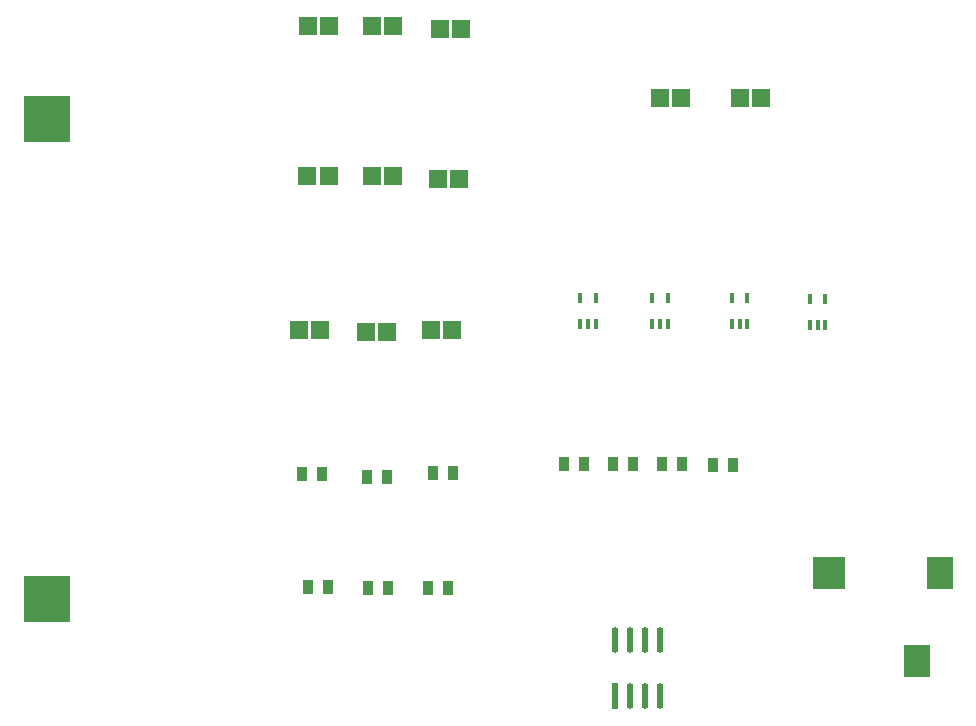
<source format=gtp>
G04*
G04 #@! TF.GenerationSoftware,Altium Limited,Altium Designer,24.6.1 (21)*
G04*
G04 Layer_Color=8421504*
%FSLAX44Y44*%
%MOMM*%
G71*
G04*
G04 #@! TF.SameCoordinates,331DEB25-2CF6-4BCB-8A95-B8F28AD14DBC*
G04*
G04*
G04 #@! TF.FilePolarity,Positive*
G04*
G01*
G75*
%ADD14R,0.3500X0.8500*%
%ADD15R,0.3500X0.8500*%
%ADD16R,0.3500X0.8500*%
%ADD17R,0.8065X1.3082*%
%ADD18R,2.8000X2.8000*%
%ADD19R,2.2000X2.8000*%
%ADD20R,1.5000X1.5500*%
G04:AMPARAMS|DCode=21|XSize=2.1741mm|YSize=0.5821mm|CornerRadius=0.2911mm|HoleSize=0mm|Usage=FLASHONLY|Rotation=90.000|XOffset=0mm|YOffset=0mm|HoleType=Round|Shape=RoundedRectangle|*
%AMROUNDEDRECTD21*
21,1,2.1741,0.0000,0,0,90.0*
21,1,1.5919,0.5821,0,0,90.0*
1,1,0.5821,0.0000,0.7960*
1,1,0.5821,0.0000,-0.7960*
1,1,0.5821,0.0000,-0.7960*
1,1,0.5821,0.0000,0.7960*
%
%ADD21ROUNDEDRECTD21*%
%ADD22R,0.5821X2.1741*%
%ADD23R,3.9600X3.9600*%
D14*
X566270Y370000D02*
D03*
X572770D02*
D03*
X579270D02*
D03*
X566270Y392000D02*
D03*
X579270D02*
D03*
X707540Y370000D02*
D03*
Y392000D02*
D03*
X627230Y370000D02*
D03*
X633730D02*
D03*
X640230D02*
D03*
X627230Y392000D02*
D03*
X640230D02*
D03*
D15*
X760580Y368730D02*
D03*
X767067D02*
D03*
X773580D02*
D03*
X760580Y390730D02*
D03*
X773580D02*
D03*
D16*
X694540Y370000D02*
D03*
X701027D02*
D03*
X694540Y392000D02*
D03*
D17*
X695579Y250190D02*
D03*
X678561D02*
D03*
X403479Y146050D02*
D03*
X386461D02*
D03*
X569467Y251460D02*
D03*
X552450D02*
D03*
X453897Y146050D02*
D03*
X436880D02*
D03*
X335662Y147320D02*
D03*
X352678D02*
D03*
X635382Y251460D02*
D03*
X652399D02*
D03*
X610489D02*
D03*
X593471D02*
D03*
X385191Y240030D02*
D03*
X402209D02*
D03*
X330582Y242570D02*
D03*
X347598D02*
D03*
X441072Y243840D02*
D03*
X458088D02*
D03*
D18*
X776940Y158920D02*
D03*
D19*
X870940D02*
D03*
X850940Y84920D02*
D03*
D20*
X457420Y364490D02*
D03*
X439420D02*
D03*
X719041Y561340D02*
D03*
X701040D02*
D03*
X651730D02*
D03*
X633730D02*
D03*
X345550Y364490D02*
D03*
X327550D02*
D03*
X402700Y363220D02*
D03*
X384700D02*
D03*
X465040Y619760D02*
D03*
X447040D02*
D03*
X407780Y495300D02*
D03*
X389780D02*
D03*
X353060D02*
D03*
X335060D02*
D03*
X445660Y492760D02*
D03*
X463660D02*
D03*
X389780Y622300D02*
D03*
X407780D02*
D03*
X335170D02*
D03*
X353170D02*
D03*
D21*
X595630Y102401D02*
D03*
X608330D02*
D03*
X621030D02*
D03*
X633730D02*
D03*
Y55079D02*
D03*
X621030D02*
D03*
X608330D02*
D03*
D22*
X595630D02*
D03*
D23*
X114300Y137160D02*
D03*
Y543560D02*
D03*
M02*

</source>
